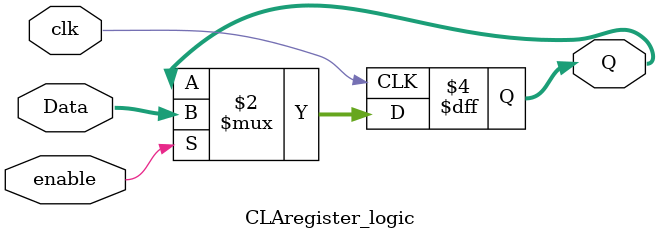
<source format=v>
`timescale 1ns / 1ps


module CLAregister_logic(
input clk,
input enable,
input [4:0] Data,
output reg [4:0] Q
    );
    
always @(posedge clk) begin
if(enable) begin
Q <= Data;

end



end
    
endmodule

</source>
